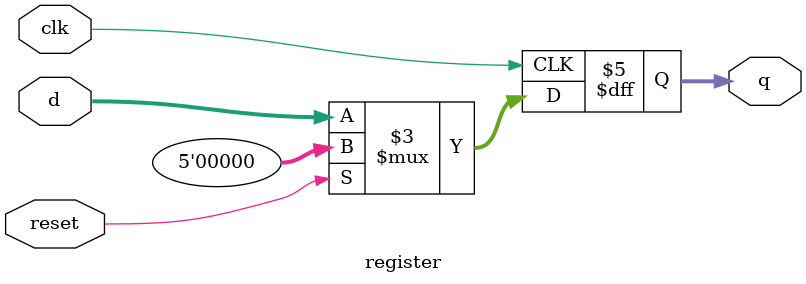
<source format=v>
module register(
    input wire clk, reset,
    input wire [4:0] d,
    output reg [4:0] q
);
    always @(posedge clk) begin
        if (reset) 
            q <= 5'd0;
        else 
            q <= d;
    end
endmodule

</source>
